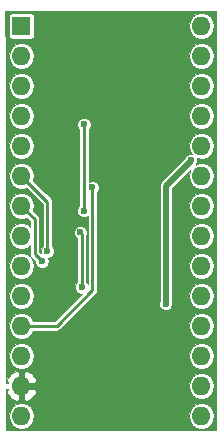
<source format=gbr>
G04 #@! TF.FileFunction,Copper,L2,Bot,Signal*
%FSLAX46Y46*%
G04 Gerber Fmt 4.6, Leading zero omitted, Abs format (unit mm)*
G04 Created by KiCad (PCBNEW 4.0.7) date 04/15/18 07:55:40*
%MOMM*%
%LPD*%
G01*
G04 APERTURE LIST*
%ADD10C,0.100000*%
%ADD11R,1.600000X1.600000*%
%ADD12O,1.600000X1.600000*%
%ADD13C,0.600000*%
%ADD14C,0.500000*%
%ADD15C,0.250000*%
%ADD16C,0.025400*%
G04 APERTURE END LIST*
D10*
D11*
X148501100Y-105003600D03*
D12*
X163741100Y-138023600D03*
X148501100Y-107543600D03*
X163741100Y-135483600D03*
X148501100Y-110083600D03*
X163741100Y-132943600D03*
X148501100Y-112623600D03*
X163741100Y-130403600D03*
X148501100Y-115163600D03*
X163741100Y-127863600D03*
X148501100Y-117703600D03*
X163741100Y-125323600D03*
X148501100Y-120243600D03*
X163741100Y-122783600D03*
X148501100Y-122783600D03*
X163741100Y-120243600D03*
X148501100Y-125323600D03*
X163741100Y-117703600D03*
X148501100Y-127863600D03*
X163741100Y-115163600D03*
X148501100Y-130403600D03*
X163741100Y-112623600D03*
X148501100Y-132943600D03*
X163741100Y-110083600D03*
X148501100Y-135483600D03*
X163741100Y-107543600D03*
X148501100Y-138023600D03*
X163741100Y-105003600D03*
D13*
X160718500Y-128524000D03*
X162814000Y-116395500D03*
X150685500Y-124079000D03*
X150241000Y-124904500D03*
X153479500Y-122491500D03*
X153606500Y-127127000D03*
X154495500Y-118681500D03*
X153797000Y-120650000D03*
X153797000Y-113347500D03*
D14*
X160718500Y-118554500D02*
X160718500Y-128524000D01*
X162814000Y-116459000D02*
X160718500Y-118554500D01*
X162814000Y-116395500D02*
X162814000Y-116459000D01*
D15*
X148501100Y-117703600D02*
X150685500Y-119888000D01*
X150685500Y-119888000D02*
X150685500Y-124079000D01*
X150241000Y-124904500D02*
X149626101Y-124289601D01*
X149626101Y-124289601D02*
X149626101Y-121368601D01*
X149626101Y-121368601D02*
X148501100Y-120243600D01*
X153606500Y-127127000D02*
X153606500Y-122618500D01*
X153606500Y-122618500D02*
X153479500Y-122491500D01*
X148501100Y-127469900D02*
X148501100Y-127863600D01*
X154495500Y-127381000D02*
X151472900Y-130403600D01*
X151472900Y-130403600D02*
X148501100Y-130403600D01*
X154495500Y-118681500D02*
X154495500Y-127381000D01*
X153797000Y-113347500D02*
X153797000Y-114109500D01*
X153797000Y-114109500D02*
X153797000Y-120650000D01*
D16*
G36*
X164960300Y-103771655D02*
X164960300Y-139242800D01*
X147205677Y-139242800D01*
X147203500Y-138023600D01*
X147413502Y-138023600D01*
X147494700Y-138431808D01*
X147725931Y-138777871D01*
X148071994Y-139009102D01*
X148480202Y-139090300D01*
X148521998Y-139090300D01*
X148930206Y-139009102D01*
X149276269Y-138777871D01*
X149507500Y-138431808D01*
X149588698Y-138023600D01*
X162653502Y-138023600D01*
X162734700Y-138431808D01*
X162965931Y-138777871D01*
X163311994Y-139009102D01*
X163720202Y-139090300D01*
X163761998Y-139090300D01*
X164170206Y-139009102D01*
X164516269Y-138777871D01*
X164747500Y-138431808D01*
X164828698Y-138023600D01*
X164747500Y-137615392D01*
X164516269Y-137269329D01*
X164170206Y-137038098D01*
X163761998Y-136956900D01*
X163720202Y-136956900D01*
X163311994Y-137038098D01*
X162965931Y-137269329D01*
X162734700Y-137615392D01*
X162653502Y-138023600D01*
X149588698Y-138023600D01*
X149507500Y-137615392D01*
X149276269Y-137269329D01*
X148930206Y-137038098D01*
X148521998Y-136956900D01*
X148480202Y-136956900D01*
X148071994Y-137038098D01*
X147725931Y-137269329D01*
X147494700Y-137615392D01*
X147413502Y-138023600D01*
X147203500Y-138023600D01*
X147199395Y-135724902D01*
X147335284Y-135724902D01*
X147256365Y-135925054D01*
X147308766Y-136051617D01*
X147616898Y-136464666D01*
X148059642Y-136728356D01*
X148259800Y-136651915D01*
X148259800Y-135724900D01*
X148742400Y-135724900D01*
X148742400Y-136651915D01*
X148942558Y-136728356D01*
X149385302Y-136464666D01*
X149693434Y-136051617D01*
X149745835Y-135925054D01*
X149666915Y-135724900D01*
X148742400Y-135724900D01*
X148259800Y-135724900D01*
X148239800Y-135724900D01*
X148239800Y-135483600D01*
X162653502Y-135483600D01*
X162734700Y-135891808D01*
X162965931Y-136237871D01*
X163311994Y-136469102D01*
X163720202Y-136550300D01*
X163761998Y-136550300D01*
X164170206Y-136469102D01*
X164516269Y-136237871D01*
X164747500Y-135891808D01*
X164828698Y-135483600D01*
X164747500Y-135075392D01*
X164516269Y-134729329D01*
X164170206Y-134498098D01*
X163761998Y-134416900D01*
X163720202Y-134416900D01*
X163311994Y-134498098D01*
X162965931Y-134729329D01*
X162734700Y-135075392D01*
X162653502Y-135483600D01*
X148239800Y-135483600D01*
X148239800Y-135242300D01*
X148259800Y-135242300D01*
X148259800Y-134315285D01*
X148742400Y-134315285D01*
X148742400Y-135242300D01*
X149666915Y-135242300D01*
X149745835Y-135042146D01*
X149693434Y-134915583D01*
X149385302Y-134502534D01*
X148942558Y-134238844D01*
X148742400Y-134315285D01*
X148259800Y-134315285D01*
X148059642Y-134238844D01*
X147616898Y-134502534D01*
X147308766Y-134915583D01*
X147256365Y-135042146D01*
X147335284Y-135242298D01*
X147198533Y-135242298D01*
X147194429Y-132943600D01*
X147413502Y-132943600D01*
X147494700Y-133351808D01*
X147725931Y-133697871D01*
X148071994Y-133929102D01*
X148480202Y-134010300D01*
X148521998Y-134010300D01*
X148930206Y-133929102D01*
X149276269Y-133697871D01*
X149507500Y-133351808D01*
X149588698Y-132943600D01*
X162653502Y-132943600D01*
X162734700Y-133351808D01*
X162965931Y-133697871D01*
X163311994Y-133929102D01*
X163720202Y-134010300D01*
X163761998Y-134010300D01*
X164170206Y-133929102D01*
X164516269Y-133697871D01*
X164747500Y-133351808D01*
X164828698Y-132943600D01*
X164747500Y-132535392D01*
X164516269Y-132189329D01*
X164170206Y-131958098D01*
X163761998Y-131876900D01*
X163720202Y-131876900D01*
X163311994Y-131958098D01*
X162965931Y-132189329D01*
X162734700Y-132535392D01*
X162653502Y-132943600D01*
X149588698Y-132943600D01*
X149507500Y-132535392D01*
X149276269Y-132189329D01*
X148930206Y-131958098D01*
X148521998Y-131876900D01*
X148480202Y-131876900D01*
X148071994Y-131958098D01*
X147725931Y-132189329D01*
X147494700Y-132535392D01*
X147413502Y-132943600D01*
X147194429Y-132943600D01*
X147189894Y-130403600D01*
X147413502Y-130403600D01*
X147494700Y-130811808D01*
X147725931Y-131157871D01*
X148071994Y-131389102D01*
X148480202Y-131470300D01*
X148521998Y-131470300D01*
X148930206Y-131389102D01*
X149276269Y-131157871D01*
X149507500Y-130811808D01*
X149510784Y-130795300D01*
X151472900Y-130795300D01*
X151622797Y-130765484D01*
X151749874Y-130680574D01*
X152026848Y-130403600D01*
X162653502Y-130403600D01*
X162734700Y-130811808D01*
X162965931Y-131157871D01*
X163311994Y-131389102D01*
X163720202Y-131470300D01*
X163761998Y-131470300D01*
X164170206Y-131389102D01*
X164516269Y-131157871D01*
X164747500Y-130811808D01*
X164828698Y-130403600D01*
X164747500Y-129995392D01*
X164516269Y-129649329D01*
X164170206Y-129418098D01*
X163761998Y-129336900D01*
X163720202Y-129336900D01*
X163311994Y-129418098D01*
X162965931Y-129649329D01*
X162734700Y-129995392D01*
X162653502Y-130403600D01*
X152026848Y-130403600D01*
X153794219Y-128636229D01*
X160151702Y-128636229D01*
X160237795Y-128844590D01*
X160397071Y-129004144D01*
X160605282Y-129090601D01*
X160830729Y-129090798D01*
X161039090Y-129004705D01*
X161198644Y-128845429D01*
X161285101Y-128637218D01*
X161285298Y-128411771D01*
X161235200Y-128290525D01*
X161235200Y-127863600D01*
X162653502Y-127863600D01*
X162734700Y-128271808D01*
X162965931Y-128617871D01*
X163311994Y-128849102D01*
X163720202Y-128930300D01*
X163761998Y-128930300D01*
X164170206Y-128849102D01*
X164516269Y-128617871D01*
X164747500Y-128271808D01*
X164828698Y-127863600D01*
X164747500Y-127455392D01*
X164516269Y-127109329D01*
X164170206Y-126878098D01*
X163761998Y-126796900D01*
X163720202Y-126796900D01*
X163311994Y-126878098D01*
X162965931Y-127109329D01*
X162734700Y-127455392D01*
X162653502Y-127863600D01*
X161235200Y-127863600D01*
X161235200Y-125323600D01*
X162653502Y-125323600D01*
X162734700Y-125731808D01*
X162965931Y-126077871D01*
X163311994Y-126309102D01*
X163720202Y-126390300D01*
X163761998Y-126390300D01*
X164170206Y-126309102D01*
X164516269Y-126077871D01*
X164747500Y-125731808D01*
X164828698Y-125323600D01*
X164747500Y-124915392D01*
X164516269Y-124569329D01*
X164170206Y-124338098D01*
X163761998Y-124256900D01*
X163720202Y-124256900D01*
X163311994Y-124338098D01*
X162965931Y-124569329D01*
X162734700Y-124915392D01*
X162653502Y-125323600D01*
X161235200Y-125323600D01*
X161235200Y-122783600D01*
X162653502Y-122783600D01*
X162734700Y-123191808D01*
X162965931Y-123537871D01*
X163311994Y-123769102D01*
X163720202Y-123850300D01*
X163761998Y-123850300D01*
X164170206Y-123769102D01*
X164516269Y-123537871D01*
X164747500Y-123191808D01*
X164828698Y-122783600D01*
X164747500Y-122375392D01*
X164516269Y-122029329D01*
X164170206Y-121798098D01*
X163761998Y-121716900D01*
X163720202Y-121716900D01*
X163311994Y-121798098D01*
X162965931Y-122029329D01*
X162734700Y-122375392D01*
X162653502Y-122783600D01*
X161235200Y-122783600D01*
X161235200Y-120243600D01*
X162653502Y-120243600D01*
X162734700Y-120651808D01*
X162965931Y-120997871D01*
X163311994Y-121229102D01*
X163720202Y-121310300D01*
X163761998Y-121310300D01*
X164170206Y-121229102D01*
X164516269Y-120997871D01*
X164747500Y-120651808D01*
X164828698Y-120243600D01*
X164747500Y-119835392D01*
X164516269Y-119489329D01*
X164170206Y-119258098D01*
X163761998Y-119176900D01*
X163720202Y-119176900D01*
X163311994Y-119258098D01*
X162965931Y-119489329D01*
X162734700Y-119835392D01*
X162653502Y-120243600D01*
X161235200Y-120243600D01*
X161235200Y-118768524D01*
X162787796Y-117215928D01*
X162734700Y-117295392D01*
X162653502Y-117703600D01*
X162734700Y-118111808D01*
X162965931Y-118457871D01*
X163311994Y-118689102D01*
X163720202Y-118770300D01*
X163761998Y-118770300D01*
X164170206Y-118689102D01*
X164516269Y-118457871D01*
X164747500Y-118111808D01*
X164828698Y-117703600D01*
X164747500Y-117295392D01*
X164516269Y-116949329D01*
X164170206Y-116718098D01*
X163761998Y-116636900D01*
X163720202Y-116636900D01*
X163311994Y-116718098D01*
X163254469Y-116756535D01*
X163294144Y-116716929D01*
X163380601Y-116508718D01*
X163380798Y-116283271D01*
X163326557Y-116151999D01*
X163720202Y-116230300D01*
X163761998Y-116230300D01*
X164170206Y-116149102D01*
X164516269Y-115917871D01*
X164747500Y-115571808D01*
X164828698Y-115163600D01*
X164747500Y-114755392D01*
X164516269Y-114409329D01*
X164170206Y-114178098D01*
X163761998Y-114096900D01*
X163720202Y-114096900D01*
X163311994Y-114178098D01*
X162965931Y-114409329D01*
X162734700Y-114755392D01*
X162653502Y-115163600D01*
X162734700Y-115571808D01*
X162906470Y-115828881D01*
X162701771Y-115828702D01*
X162493410Y-115914795D01*
X162333856Y-116074071D01*
X162247399Y-116282282D01*
X162247388Y-116294888D01*
X160353138Y-118189138D01*
X160241131Y-118356767D01*
X160201800Y-118554500D01*
X160201800Y-128290607D01*
X160151899Y-128410782D01*
X160151702Y-128636229D01*
X153794219Y-128636229D01*
X154772474Y-127657974D01*
X154857384Y-127530897D01*
X154887200Y-127381000D01*
X154887200Y-119091219D01*
X154975644Y-119002929D01*
X155062101Y-118794718D01*
X155062298Y-118569271D01*
X154976205Y-118360910D01*
X154816929Y-118201356D01*
X154608718Y-118114899D01*
X154383271Y-118114702D01*
X154188700Y-118195097D01*
X154188700Y-113757219D01*
X154277144Y-113668929D01*
X154363601Y-113460718D01*
X154363798Y-113235271D01*
X154277705Y-113026910D01*
X154118429Y-112867356D01*
X153910218Y-112780899D01*
X153684771Y-112780702D01*
X153476410Y-112866795D01*
X153316856Y-113026071D01*
X153230399Y-113234282D01*
X153230202Y-113459729D01*
X153316295Y-113668090D01*
X153405300Y-113757250D01*
X153405300Y-120240281D01*
X153316856Y-120328571D01*
X153230399Y-120536782D01*
X153230202Y-120762229D01*
X153316295Y-120970590D01*
X153475571Y-121130144D01*
X153683782Y-121216601D01*
X153909229Y-121216798D01*
X154103800Y-121136403D01*
X154103800Y-126846573D01*
X154087205Y-126806410D01*
X153998200Y-126717250D01*
X153998200Y-122720076D01*
X154046101Y-122604718D01*
X154046298Y-122379271D01*
X153960205Y-122170910D01*
X153800929Y-122011356D01*
X153592718Y-121924899D01*
X153367271Y-121924702D01*
X153158910Y-122010795D01*
X152999356Y-122170071D01*
X152912899Y-122378282D01*
X152912702Y-122603729D01*
X152998795Y-122812090D01*
X153158071Y-122971644D01*
X153214800Y-122995200D01*
X153214800Y-126717281D01*
X153126356Y-126805571D01*
X153039899Y-127013782D01*
X153039702Y-127239229D01*
X153125795Y-127447590D01*
X153285071Y-127607144D01*
X153493282Y-127693601D01*
X153628833Y-127693719D01*
X151310652Y-130011900D01*
X149510784Y-130011900D01*
X149507500Y-129995392D01*
X149276269Y-129649329D01*
X148930206Y-129418098D01*
X148521998Y-129336900D01*
X148480202Y-129336900D01*
X148071994Y-129418098D01*
X147725931Y-129649329D01*
X147494700Y-129995392D01*
X147413502Y-130403600D01*
X147189894Y-130403600D01*
X147185359Y-127863600D01*
X147413502Y-127863600D01*
X147494700Y-128271808D01*
X147725931Y-128617871D01*
X148071994Y-128849102D01*
X148480202Y-128930300D01*
X148521998Y-128930300D01*
X148930206Y-128849102D01*
X149276269Y-128617871D01*
X149507500Y-128271808D01*
X149588698Y-127863600D01*
X149507500Y-127455392D01*
X149276269Y-127109329D01*
X148930206Y-126878098D01*
X148521998Y-126796900D01*
X148480202Y-126796900D01*
X148071994Y-126878098D01*
X147725931Y-127109329D01*
X147494700Y-127455392D01*
X147413502Y-127863600D01*
X147185359Y-127863600D01*
X147180824Y-125323600D01*
X147413502Y-125323600D01*
X147494700Y-125731808D01*
X147725931Y-126077871D01*
X148071994Y-126309102D01*
X148480202Y-126390300D01*
X148521998Y-126390300D01*
X148930206Y-126309102D01*
X149276269Y-126077871D01*
X149507500Y-125731808D01*
X149588698Y-125323600D01*
X149507500Y-124915392D01*
X149276269Y-124569329D01*
X148930206Y-124338098D01*
X148521998Y-124256900D01*
X148480202Y-124256900D01*
X148071994Y-124338098D01*
X147725931Y-124569329D01*
X147494700Y-124915392D01*
X147413502Y-125323600D01*
X147180824Y-125323600D01*
X147167217Y-117703600D01*
X147413502Y-117703600D01*
X147494700Y-118111808D01*
X147725931Y-118457871D01*
X148071994Y-118689102D01*
X148480202Y-118770300D01*
X148521998Y-118770300D01*
X148930206Y-118689102D01*
X148931673Y-118688121D01*
X150293800Y-120050248D01*
X150293800Y-123669281D01*
X150205356Y-123757571D01*
X150118899Y-123965782D01*
X150118702Y-124191229D01*
X150144773Y-124254325D01*
X150017801Y-124127353D01*
X150017801Y-121368606D01*
X150017802Y-121368601D01*
X149987985Y-121218704D01*
X149928811Y-121130144D01*
X149903075Y-121091627D01*
X149903072Y-121091625D01*
X149489778Y-120678331D01*
X149507500Y-120651808D01*
X149588698Y-120243600D01*
X149507500Y-119835392D01*
X149276269Y-119489329D01*
X148930206Y-119258098D01*
X148521998Y-119176900D01*
X148480202Y-119176900D01*
X148071994Y-119258098D01*
X147725931Y-119489329D01*
X147494700Y-119835392D01*
X147413502Y-120243600D01*
X147494700Y-120651808D01*
X147725931Y-120997871D01*
X148071994Y-121229102D01*
X148480202Y-121310300D01*
X148521998Y-121310300D01*
X148930206Y-121229102D01*
X148931674Y-121228121D01*
X149234401Y-121530848D01*
X149234401Y-122001354D01*
X148930206Y-121798098D01*
X148521998Y-121716900D01*
X148480202Y-121716900D01*
X148071994Y-121798098D01*
X147725931Y-122029329D01*
X147494700Y-122375392D01*
X147413502Y-122783600D01*
X147494700Y-123191808D01*
X147725931Y-123537871D01*
X148071994Y-123769102D01*
X148480202Y-123850300D01*
X148521998Y-123850300D01*
X148930206Y-123769102D01*
X149234401Y-123565846D01*
X149234401Y-124289601D01*
X149264217Y-124439498D01*
X149349127Y-124566575D01*
X149674311Y-124891759D01*
X149674202Y-125016729D01*
X149760295Y-125225090D01*
X149919571Y-125384644D01*
X150127782Y-125471101D01*
X150353229Y-125471298D01*
X150561590Y-125385205D01*
X150721144Y-125225929D01*
X150807601Y-125017718D01*
X150807798Y-124792271D01*
X150747258Y-124645754D01*
X150797729Y-124645798D01*
X151006090Y-124559705D01*
X151165644Y-124400429D01*
X151252101Y-124192218D01*
X151252298Y-123966771D01*
X151166205Y-123758410D01*
X151077200Y-123669250D01*
X151077200Y-119888000D01*
X151047384Y-119738103D01*
X151047384Y-119738102D01*
X150962474Y-119611026D01*
X149489778Y-118138330D01*
X149507500Y-118111808D01*
X149588698Y-117703600D01*
X149507500Y-117295392D01*
X149276269Y-116949329D01*
X148930206Y-116718098D01*
X148521998Y-116636900D01*
X148480202Y-116636900D01*
X148071994Y-116718098D01*
X147725931Y-116949329D01*
X147494700Y-117295392D01*
X147413502Y-117703600D01*
X147167217Y-117703600D01*
X147162681Y-115163600D01*
X147413502Y-115163600D01*
X147494700Y-115571808D01*
X147725931Y-115917871D01*
X148071994Y-116149102D01*
X148480202Y-116230300D01*
X148521998Y-116230300D01*
X148930206Y-116149102D01*
X149276269Y-115917871D01*
X149507500Y-115571808D01*
X149588698Y-115163600D01*
X149507500Y-114755392D01*
X149276269Y-114409329D01*
X148930206Y-114178098D01*
X148521998Y-114096900D01*
X148480202Y-114096900D01*
X148071994Y-114178098D01*
X147725931Y-114409329D01*
X147494700Y-114755392D01*
X147413502Y-115163600D01*
X147162681Y-115163600D01*
X147158145Y-112623600D01*
X147413502Y-112623600D01*
X147494700Y-113031808D01*
X147725931Y-113377871D01*
X148071994Y-113609102D01*
X148480202Y-113690300D01*
X148521998Y-113690300D01*
X148930206Y-113609102D01*
X149276269Y-113377871D01*
X149507500Y-113031808D01*
X149588698Y-112623600D01*
X162653502Y-112623600D01*
X162734700Y-113031808D01*
X162965931Y-113377871D01*
X163311994Y-113609102D01*
X163720202Y-113690300D01*
X163761998Y-113690300D01*
X164170206Y-113609102D01*
X164516269Y-113377871D01*
X164747500Y-113031808D01*
X164828698Y-112623600D01*
X164747500Y-112215392D01*
X164516269Y-111869329D01*
X164170206Y-111638098D01*
X163761998Y-111556900D01*
X163720202Y-111556900D01*
X163311994Y-111638098D01*
X162965931Y-111869329D01*
X162734700Y-112215392D01*
X162653502Y-112623600D01*
X149588698Y-112623600D01*
X149507500Y-112215392D01*
X149276269Y-111869329D01*
X148930206Y-111638098D01*
X148521998Y-111556900D01*
X148480202Y-111556900D01*
X148071994Y-111638098D01*
X147725931Y-111869329D01*
X147494700Y-112215392D01*
X147413502Y-112623600D01*
X147158145Y-112623600D01*
X147153609Y-110083600D01*
X147413502Y-110083600D01*
X147494700Y-110491808D01*
X147725931Y-110837871D01*
X148071994Y-111069102D01*
X148480202Y-111150300D01*
X148521998Y-111150300D01*
X148930206Y-111069102D01*
X149276269Y-110837871D01*
X149507500Y-110491808D01*
X149588698Y-110083600D01*
X162653502Y-110083600D01*
X162734700Y-110491808D01*
X162965931Y-110837871D01*
X163311994Y-111069102D01*
X163720202Y-111150300D01*
X163761998Y-111150300D01*
X164170206Y-111069102D01*
X164516269Y-110837871D01*
X164747500Y-110491808D01*
X164828698Y-110083600D01*
X164747500Y-109675392D01*
X164516269Y-109329329D01*
X164170206Y-109098098D01*
X163761998Y-109016900D01*
X163720202Y-109016900D01*
X163311994Y-109098098D01*
X162965931Y-109329329D01*
X162734700Y-109675392D01*
X162653502Y-110083600D01*
X149588698Y-110083600D01*
X149507500Y-109675392D01*
X149276269Y-109329329D01*
X148930206Y-109098098D01*
X148521998Y-109016900D01*
X148480202Y-109016900D01*
X148071994Y-109098098D01*
X147725931Y-109329329D01*
X147494700Y-109675392D01*
X147413502Y-110083600D01*
X147153609Y-110083600D01*
X147149073Y-107543600D01*
X147413502Y-107543600D01*
X147494700Y-107951808D01*
X147725931Y-108297871D01*
X148071994Y-108529102D01*
X148480202Y-108610300D01*
X148521998Y-108610300D01*
X148930206Y-108529102D01*
X149276269Y-108297871D01*
X149507500Y-107951808D01*
X149588698Y-107543600D01*
X162653502Y-107543600D01*
X162734700Y-107951808D01*
X162965931Y-108297871D01*
X163311994Y-108529102D01*
X163720202Y-108610300D01*
X163761998Y-108610300D01*
X164170206Y-108529102D01*
X164516269Y-108297871D01*
X164747500Y-107951808D01*
X164828698Y-107543600D01*
X164747500Y-107135392D01*
X164516269Y-106789329D01*
X164170206Y-106558098D01*
X163761998Y-106476900D01*
X163720202Y-106476900D01*
X163311994Y-106558098D01*
X162965931Y-106789329D01*
X162734700Y-107135392D01*
X162653502Y-107543600D01*
X149588698Y-107543600D01*
X149507500Y-107135392D01*
X149276269Y-106789329D01*
X148930206Y-106558098D01*
X148521998Y-106476900D01*
X148480202Y-106476900D01*
X148071994Y-106558098D01*
X147725931Y-106789329D01*
X147494700Y-107135392D01*
X147413502Y-107543600D01*
X147149073Y-107543600D01*
X147143108Y-104203600D01*
X147429176Y-104203600D01*
X147429176Y-105803600D01*
X147447773Y-105902433D01*
X147506183Y-105993205D01*
X147595306Y-106054100D01*
X147701100Y-106075524D01*
X149301100Y-106075524D01*
X149399933Y-106056927D01*
X149490705Y-105998517D01*
X149551600Y-105909394D01*
X149573024Y-105803600D01*
X149573024Y-105003600D01*
X162653502Y-105003600D01*
X162734700Y-105411808D01*
X162965931Y-105757871D01*
X163311994Y-105989102D01*
X163720202Y-106070300D01*
X163761998Y-106070300D01*
X164170206Y-105989102D01*
X164516269Y-105757871D01*
X164747500Y-105411808D01*
X164828698Y-105003600D01*
X164747500Y-104595392D01*
X164516269Y-104249329D01*
X164170206Y-104018098D01*
X163761998Y-103936900D01*
X163720202Y-103936900D01*
X163311994Y-104018098D01*
X162965931Y-104249329D01*
X162734700Y-104595392D01*
X162653502Y-105003600D01*
X149573024Y-105003600D01*
X149573024Y-104203600D01*
X149554427Y-104104767D01*
X149496017Y-104013995D01*
X149406894Y-103953100D01*
X149301100Y-103931676D01*
X147701100Y-103931676D01*
X147602267Y-103950273D01*
X147511495Y-104008683D01*
X147450600Y-104097806D01*
X147429176Y-104203600D01*
X147143108Y-104203600D01*
X147142223Y-103708245D01*
X164960300Y-103771655D01*
X164960300Y-103771655D01*
G37*
X164960300Y-103771655D02*
X164960300Y-139242800D01*
X147205677Y-139242800D01*
X147203500Y-138023600D01*
X147413502Y-138023600D01*
X147494700Y-138431808D01*
X147725931Y-138777871D01*
X148071994Y-139009102D01*
X148480202Y-139090300D01*
X148521998Y-139090300D01*
X148930206Y-139009102D01*
X149276269Y-138777871D01*
X149507500Y-138431808D01*
X149588698Y-138023600D01*
X162653502Y-138023600D01*
X162734700Y-138431808D01*
X162965931Y-138777871D01*
X163311994Y-139009102D01*
X163720202Y-139090300D01*
X163761998Y-139090300D01*
X164170206Y-139009102D01*
X164516269Y-138777871D01*
X164747500Y-138431808D01*
X164828698Y-138023600D01*
X164747500Y-137615392D01*
X164516269Y-137269329D01*
X164170206Y-137038098D01*
X163761998Y-136956900D01*
X163720202Y-136956900D01*
X163311994Y-137038098D01*
X162965931Y-137269329D01*
X162734700Y-137615392D01*
X162653502Y-138023600D01*
X149588698Y-138023600D01*
X149507500Y-137615392D01*
X149276269Y-137269329D01*
X148930206Y-137038098D01*
X148521998Y-136956900D01*
X148480202Y-136956900D01*
X148071994Y-137038098D01*
X147725931Y-137269329D01*
X147494700Y-137615392D01*
X147413502Y-138023600D01*
X147203500Y-138023600D01*
X147199395Y-135724902D01*
X147335284Y-135724902D01*
X147256365Y-135925054D01*
X147308766Y-136051617D01*
X147616898Y-136464666D01*
X148059642Y-136728356D01*
X148259800Y-136651915D01*
X148259800Y-135724900D01*
X148742400Y-135724900D01*
X148742400Y-136651915D01*
X148942558Y-136728356D01*
X149385302Y-136464666D01*
X149693434Y-136051617D01*
X149745835Y-135925054D01*
X149666915Y-135724900D01*
X148742400Y-135724900D01*
X148259800Y-135724900D01*
X148239800Y-135724900D01*
X148239800Y-135483600D01*
X162653502Y-135483600D01*
X162734700Y-135891808D01*
X162965931Y-136237871D01*
X163311994Y-136469102D01*
X163720202Y-136550300D01*
X163761998Y-136550300D01*
X164170206Y-136469102D01*
X164516269Y-136237871D01*
X164747500Y-135891808D01*
X164828698Y-135483600D01*
X164747500Y-135075392D01*
X164516269Y-134729329D01*
X164170206Y-134498098D01*
X163761998Y-134416900D01*
X163720202Y-134416900D01*
X163311994Y-134498098D01*
X162965931Y-134729329D01*
X162734700Y-135075392D01*
X162653502Y-135483600D01*
X148239800Y-135483600D01*
X148239800Y-135242300D01*
X148259800Y-135242300D01*
X148259800Y-134315285D01*
X148742400Y-134315285D01*
X148742400Y-135242300D01*
X149666915Y-135242300D01*
X149745835Y-135042146D01*
X149693434Y-134915583D01*
X149385302Y-134502534D01*
X148942558Y-134238844D01*
X148742400Y-134315285D01*
X148259800Y-134315285D01*
X148059642Y-134238844D01*
X147616898Y-134502534D01*
X147308766Y-134915583D01*
X147256365Y-135042146D01*
X147335284Y-135242298D01*
X147198533Y-135242298D01*
X147194429Y-132943600D01*
X147413502Y-132943600D01*
X147494700Y-133351808D01*
X147725931Y-133697871D01*
X148071994Y-133929102D01*
X148480202Y-134010300D01*
X148521998Y-134010300D01*
X148930206Y-133929102D01*
X149276269Y-133697871D01*
X149507500Y-133351808D01*
X149588698Y-132943600D01*
X162653502Y-132943600D01*
X162734700Y-133351808D01*
X162965931Y-133697871D01*
X163311994Y-133929102D01*
X163720202Y-134010300D01*
X163761998Y-134010300D01*
X164170206Y-133929102D01*
X164516269Y-133697871D01*
X164747500Y-133351808D01*
X164828698Y-132943600D01*
X164747500Y-132535392D01*
X164516269Y-132189329D01*
X164170206Y-131958098D01*
X163761998Y-131876900D01*
X163720202Y-131876900D01*
X163311994Y-131958098D01*
X162965931Y-132189329D01*
X162734700Y-132535392D01*
X162653502Y-132943600D01*
X149588698Y-132943600D01*
X149507500Y-132535392D01*
X149276269Y-132189329D01*
X148930206Y-131958098D01*
X148521998Y-131876900D01*
X148480202Y-131876900D01*
X148071994Y-131958098D01*
X147725931Y-132189329D01*
X147494700Y-132535392D01*
X147413502Y-132943600D01*
X147194429Y-132943600D01*
X147189894Y-130403600D01*
X147413502Y-130403600D01*
X147494700Y-130811808D01*
X147725931Y-131157871D01*
X148071994Y-131389102D01*
X148480202Y-131470300D01*
X148521998Y-131470300D01*
X148930206Y-131389102D01*
X149276269Y-131157871D01*
X149507500Y-130811808D01*
X149510784Y-130795300D01*
X151472900Y-130795300D01*
X151622797Y-130765484D01*
X151749874Y-130680574D01*
X152026848Y-130403600D01*
X162653502Y-130403600D01*
X162734700Y-130811808D01*
X162965931Y-131157871D01*
X163311994Y-131389102D01*
X163720202Y-131470300D01*
X163761998Y-131470300D01*
X164170206Y-131389102D01*
X164516269Y-131157871D01*
X164747500Y-130811808D01*
X164828698Y-130403600D01*
X164747500Y-129995392D01*
X164516269Y-129649329D01*
X164170206Y-129418098D01*
X163761998Y-129336900D01*
X163720202Y-129336900D01*
X163311994Y-129418098D01*
X162965931Y-129649329D01*
X162734700Y-129995392D01*
X162653502Y-130403600D01*
X152026848Y-130403600D01*
X153794219Y-128636229D01*
X160151702Y-128636229D01*
X160237795Y-128844590D01*
X160397071Y-129004144D01*
X160605282Y-129090601D01*
X160830729Y-129090798D01*
X161039090Y-129004705D01*
X161198644Y-128845429D01*
X161285101Y-128637218D01*
X161285298Y-128411771D01*
X161235200Y-128290525D01*
X161235200Y-127863600D01*
X162653502Y-127863600D01*
X162734700Y-128271808D01*
X162965931Y-128617871D01*
X163311994Y-128849102D01*
X163720202Y-128930300D01*
X163761998Y-128930300D01*
X164170206Y-128849102D01*
X164516269Y-128617871D01*
X164747500Y-128271808D01*
X164828698Y-127863600D01*
X164747500Y-127455392D01*
X164516269Y-127109329D01*
X164170206Y-126878098D01*
X163761998Y-126796900D01*
X163720202Y-126796900D01*
X163311994Y-126878098D01*
X162965931Y-127109329D01*
X162734700Y-127455392D01*
X162653502Y-127863600D01*
X161235200Y-127863600D01*
X161235200Y-125323600D01*
X162653502Y-125323600D01*
X162734700Y-125731808D01*
X162965931Y-126077871D01*
X163311994Y-126309102D01*
X163720202Y-126390300D01*
X163761998Y-126390300D01*
X164170206Y-126309102D01*
X164516269Y-126077871D01*
X164747500Y-125731808D01*
X164828698Y-125323600D01*
X164747500Y-124915392D01*
X164516269Y-124569329D01*
X164170206Y-124338098D01*
X163761998Y-124256900D01*
X163720202Y-124256900D01*
X163311994Y-124338098D01*
X162965931Y-124569329D01*
X162734700Y-124915392D01*
X162653502Y-125323600D01*
X161235200Y-125323600D01*
X161235200Y-122783600D01*
X162653502Y-122783600D01*
X162734700Y-123191808D01*
X162965931Y-123537871D01*
X163311994Y-123769102D01*
X163720202Y-123850300D01*
X163761998Y-123850300D01*
X164170206Y-123769102D01*
X164516269Y-123537871D01*
X164747500Y-123191808D01*
X164828698Y-122783600D01*
X164747500Y-122375392D01*
X164516269Y-122029329D01*
X164170206Y-121798098D01*
X163761998Y-121716900D01*
X163720202Y-121716900D01*
X163311994Y-121798098D01*
X162965931Y-122029329D01*
X162734700Y-122375392D01*
X162653502Y-122783600D01*
X161235200Y-122783600D01*
X161235200Y-120243600D01*
X162653502Y-120243600D01*
X162734700Y-120651808D01*
X162965931Y-120997871D01*
X163311994Y-121229102D01*
X163720202Y-121310300D01*
X163761998Y-121310300D01*
X164170206Y-121229102D01*
X164516269Y-120997871D01*
X164747500Y-120651808D01*
X164828698Y-120243600D01*
X164747500Y-119835392D01*
X164516269Y-119489329D01*
X164170206Y-119258098D01*
X163761998Y-119176900D01*
X163720202Y-119176900D01*
X163311994Y-119258098D01*
X162965931Y-119489329D01*
X162734700Y-119835392D01*
X162653502Y-120243600D01*
X161235200Y-120243600D01*
X161235200Y-118768524D01*
X162787796Y-117215928D01*
X162734700Y-117295392D01*
X162653502Y-117703600D01*
X162734700Y-118111808D01*
X162965931Y-118457871D01*
X163311994Y-118689102D01*
X163720202Y-118770300D01*
X163761998Y-118770300D01*
X164170206Y-118689102D01*
X164516269Y-118457871D01*
X164747500Y-118111808D01*
X164828698Y-117703600D01*
X164747500Y-117295392D01*
X164516269Y-116949329D01*
X164170206Y-116718098D01*
X163761998Y-116636900D01*
X163720202Y-116636900D01*
X163311994Y-116718098D01*
X163254469Y-116756535D01*
X163294144Y-116716929D01*
X163380601Y-116508718D01*
X163380798Y-116283271D01*
X163326557Y-116151999D01*
X163720202Y-116230300D01*
X163761998Y-116230300D01*
X164170206Y-116149102D01*
X164516269Y-115917871D01*
X164747500Y-115571808D01*
X164828698Y-115163600D01*
X164747500Y-114755392D01*
X164516269Y-114409329D01*
X164170206Y-114178098D01*
X163761998Y-114096900D01*
X163720202Y-114096900D01*
X163311994Y-114178098D01*
X162965931Y-114409329D01*
X162734700Y-114755392D01*
X162653502Y-115163600D01*
X162734700Y-115571808D01*
X162906470Y-115828881D01*
X162701771Y-115828702D01*
X162493410Y-115914795D01*
X162333856Y-116074071D01*
X162247399Y-116282282D01*
X162247388Y-116294888D01*
X160353138Y-118189138D01*
X160241131Y-118356767D01*
X160201800Y-118554500D01*
X160201800Y-128290607D01*
X160151899Y-128410782D01*
X160151702Y-128636229D01*
X153794219Y-128636229D01*
X154772474Y-127657974D01*
X154857384Y-127530897D01*
X154887200Y-127381000D01*
X154887200Y-119091219D01*
X154975644Y-119002929D01*
X155062101Y-118794718D01*
X155062298Y-118569271D01*
X154976205Y-118360910D01*
X154816929Y-118201356D01*
X154608718Y-118114899D01*
X154383271Y-118114702D01*
X154188700Y-118195097D01*
X154188700Y-113757219D01*
X154277144Y-113668929D01*
X154363601Y-113460718D01*
X154363798Y-113235271D01*
X154277705Y-113026910D01*
X154118429Y-112867356D01*
X153910218Y-112780899D01*
X153684771Y-112780702D01*
X153476410Y-112866795D01*
X153316856Y-113026071D01*
X153230399Y-113234282D01*
X153230202Y-113459729D01*
X153316295Y-113668090D01*
X153405300Y-113757250D01*
X153405300Y-120240281D01*
X153316856Y-120328571D01*
X153230399Y-120536782D01*
X153230202Y-120762229D01*
X153316295Y-120970590D01*
X153475571Y-121130144D01*
X153683782Y-121216601D01*
X153909229Y-121216798D01*
X154103800Y-121136403D01*
X154103800Y-126846573D01*
X154087205Y-126806410D01*
X153998200Y-126717250D01*
X153998200Y-122720076D01*
X154046101Y-122604718D01*
X154046298Y-122379271D01*
X153960205Y-122170910D01*
X153800929Y-122011356D01*
X153592718Y-121924899D01*
X153367271Y-121924702D01*
X153158910Y-122010795D01*
X152999356Y-122170071D01*
X152912899Y-122378282D01*
X152912702Y-122603729D01*
X152998795Y-122812090D01*
X153158071Y-122971644D01*
X153214800Y-122995200D01*
X153214800Y-126717281D01*
X153126356Y-126805571D01*
X153039899Y-127013782D01*
X153039702Y-127239229D01*
X153125795Y-127447590D01*
X153285071Y-127607144D01*
X153493282Y-127693601D01*
X153628833Y-127693719D01*
X151310652Y-130011900D01*
X149510784Y-130011900D01*
X149507500Y-129995392D01*
X149276269Y-129649329D01*
X148930206Y-129418098D01*
X148521998Y-129336900D01*
X148480202Y-129336900D01*
X148071994Y-129418098D01*
X147725931Y-129649329D01*
X147494700Y-129995392D01*
X147413502Y-130403600D01*
X147189894Y-130403600D01*
X147185359Y-127863600D01*
X147413502Y-127863600D01*
X147494700Y-128271808D01*
X147725931Y-128617871D01*
X148071994Y-128849102D01*
X148480202Y-128930300D01*
X148521998Y-128930300D01*
X148930206Y-128849102D01*
X149276269Y-128617871D01*
X149507500Y-128271808D01*
X149588698Y-127863600D01*
X149507500Y-127455392D01*
X149276269Y-127109329D01*
X148930206Y-126878098D01*
X148521998Y-126796900D01*
X148480202Y-126796900D01*
X148071994Y-126878098D01*
X147725931Y-127109329D01*
X147494700Y-127455392D01*
X147413502Y-127863600D01*
X147185359Y-127863600D01*
X147180824Y-125323600D01*
X147413502Y-125323600D01*
X147494700Y-125731808D01*
X147725931Y-126077871D01*
X148071994Y-126309102D01*
X148480202Y-126390300D01*
X148521998Y-126390300D01*
X148930206Y-126309102D01*
X149276269Y-126077871D01*
X149507500Y-125731808D01*
X149588698Y-125323600D01*
X149507500Y-124915392D01*
X149276269Y-124569329D01*
X148930206Y-124338098D01*
X148521998Y-124256900D01*
X148480202Y-124256900D01*
X148071994Y-124338098D01*
X147725931Y-124569329D01*
X147494700Y-124915392D01*
X147413502Y-125323600D01*
X147180824Y-125323600D01*
X147167217Y-117703600D01*
X147413502Y-117703600D01*
X147494700Y-118111808D01*
X147725931Y-118457871D01*
X148071994Y-118689102D01*
X148480202Y-118770300D01*
X148521998Y-118770300D01*
X148930206Y-118689102D01*
X148931673Y-118688121D01*
X150293800Y-120050248D01*
X150293800Y-123669281D01*
X150205356Y-123757571D01*
X150118899Y-123965782D01*
X150118702Y-124191229D01*
X150144773Y-124254325D01*
X150017801Y-124127353D01*
X150017801Y-121368606D01*
X150017802Y-121368601D01*
X149987985Y-121218704D01*
X149928811Y-121130144D01*
X149903075Y-121091627D01*
X149903072Y-121091625D01*
X149489778Y-120678331D01*
X149507500Y-120651808D01*
X149588698Y-120243600D01*
X149507500Y-119835392D01*
X149276269Y-119489329D01*
X148930206Y-119258098D01*
X148521998Y-119176900D01*
X148480202Y-119176900D01*
X148071994Y-119258098D01*
X147725931Y-119489329D01*
X147494700Y-119835392D01*
X147413502Y-120243600D01*
X147494700Y-120651808D01*
X147725931Y-120997871D01*
X148071994Y-121229102D01*
X148480202Y-121310300D01*
X148521998Y-121310300D01*
X148930206Y-121229102D01*
X148931674Y-121228121D01*
X149234401Y-121530848D01*
X149234401Y-122001354D01*
X148930206Y-121798098D01*
X148521998Y-121716900D01*
X148480202Y-121716900D01*
X148071994Y-121798098D01*
X147725931Y-122029329D01*
X147494700Y-122375392D01*
X147413502Y-122783600D01*
X147494700Y-123191808D01*
X147725931Y-123537871D01*
X148071994Y-123769102D01*
X148480202Y-123850300D01*
X148521998Y-123850300D01*
X148930206Y-123769102D01*
X149234401Y-123565846D01*
X149234401Y-124289601D01*
X149264217Y-124439498D01*
X149349127Y-124566575D01*
X149674311Y-124891759D01*
X149674202Y-125016729D01*
X149760295Y-125225090D01*
X149919571Y-125384644D01*
X150127782Y-125471101D01*
X150353229Y-125471298D01*
X150561590Y-125385205D01*
X150721144Y-125225929D01*
X150807601Y-125017718D01*
X150807798Y-124792271D01*
X150747258Y-124645754D01*
X150797729Y-124645798D01*
X151006090Y-124559705D01*
X151165644Y-124400429D01*
X151252101Y-124192218D01*
X151252298Y-123966771D01*
X151166205Y-123758410D01*
X151077200Y-123669250D01*
X151077200Y-119888000D01*
X151047384Y-119738103D01*
X151047384Y-119738102D01*
X150962474Y-119611026D01*
X149489778Y-118138330D01*
X149507500Y-118111808D01*
X149588698Y-117703600D01*
X149507500Y-117295392D01*
X149276269Y-116949329D01*
X148930206Y-116718098D01*
X148521998Y-116636900D01*
X148480202Y-116636900D01*
X148071994Y-116718098D01*
X147725931Y-116949329D01*
X147494700Y-117295392D01*
X147413502Y-117703600D01*
X147167217Y-117703600D01*
X147162681Y-115163600D01*
X147413502Y-115163600D01*
X147494700Y-115571808D01*
X147725931Y-115917871D01*
X148071994Y-116149102D01*
X148480202Y-116230300D01*
X148521998Y-116230300D01*
X148930206Y-116149102D01*
X149276269Y-115917871D01*
X149507500Y-115571808D01*
X149588698Y-115163600D01*
X149507500Y-114755392D01*
X149276269Y-114409329D01*
X148930206Y-114178098D01*
X148521998Y-114096900D01*
X148480202Y-114096900D01*
X148071994Y-114178098D01*
X147725931Y-114409329D01*
X147494700Y-114755392D01*
X147413502Y-115163600D01*
X147162681Y-115163600D01*
X147158145Y-112623600D01*
X147413502Y-112623600D01*
X147494700Y-113031808D01*
X147725931Y-113377871D01*
X148071994Y-113609102D01*
X148480202Y-113690300D01*
X148521998Y-113690300D01*
X148930206Y-113609102D01*
X149276269Y-113377871D01*
X149507500Y-113031808D01*
X149588698Y-112623600D01*
X162653502Y-112623600D01*
X162734700Y-113031808D01*
X162965931Y-113377871D01*
X163311994Y-113609102D01*
X163720202Y-113690300D01*
X163761998Y-113690300D01*
X164170206Y-113609102D01*
X164516269Y-113377871D01*
X164747500Y-113031808D01*
X164828698Y-112623600D01*
X164747500Y-112215392D01*
X164516269Y-111869329D01*
X164170206Y-111638098D01*
X163761998Y-111556900D01*
X163720202Y-111556900D01*
X163311994Y-111638098D01*
X162965931Y-111869329D01*
X162734700Y-112215392D01*
X162653502Y-112623600D01*
X149588698Y-112623600D01*
X149507500Y-112215392D01*
X149276269Y-111869329D01*
X148930206Y-111638098D01*
X148521998Y-111556900D01*
X148480202Y-111556900D01*
X148071994Y-111638098D01*
X147725931Y-111869329D01*
X147494700Y-112215392D01*
X147413502Y-112623600D01*
X147158145Y-112623600D01*
X147153609Y-110083600D01*
X147413502Y-110083600D01*
X147494700Y-110491808D01*
X147725931Y-110837871D01*
X148071994Y-111069102D01*
X148480202Y-111150300D01*
X148521998Y-111150300D01*
X148930206Y-111069102D01*
X149276269Y-110837871D01*
X149507500Y-110491808D01*
X149588698Y-110083600D01*
X162653502Y-110083600D01*
X162734700Y-110491808D01*
X162965931Y-110837871D01*
X163311994Y-111069102D01*
X163720202Y-111150300D01*
X163761998Y-111150300D01*
X164170206Y-111069102D01*
X164516269Y-110837871D01*
X164747500Y-110491808D01*
X164828698Y-110083600D01*
X164747500Y-109675392D01*
X164516269Y-109329329D01*
X164170206Y-109098098D01*
X163761998Y-109016900D01*
X163720202Y-109016900D01*
X163311994Y-109098098D01*
X162965931Y-109329329D01*
X162734700Y-109675392D01*
X162653502Y-110083600D01*
X149588698Y-110083600D01*
X149507500Y-109675392D01*
X149276269Y-109329329D01*
X148930206Y-109098098D01*
X148521998Y-109016900D01*
X148480202Y-109016900D01*
X148071994Y-109098098D01*
X147725931Y-109329329D01*
X147494700Y-109675392D01*
X147413502Y-110083600D01*
X147153609Y-110083600D01*
X147149073Y-107543600D01*
X147413502Y-107543600D01*
X147494700Y-107951808D01*
X147725931Y-108297871D01*
X148071994Y-108529102D01*
X148480202Y-108610300D01*
X148521998Y-108610300D01*
X148930206Y-108529102D01*
X149276269Y-108297871D01*
X149507500Y-107951808D01*
X149588698Y-107543600D01*
X162653502Y-107543600D01*
X162734700Y-107951808D01*
X162965931Y-108297871D01*
X163311994Y-108529102D01*
X163720202Y-108610300D01*
X163761998Y-108610300D01*
X164170206Y-108529102D01*
X164516269Y-108297871D01*
X164747500Y-107951808D01*
X164828698Y-107543600D01*
X164747500Y-107135392D01*
X164516269Y-106789329D01*
X164170206Y-106558098D01*
X163761998Y-106476900D01*
X163720202Y-106476900D01*
X163311994Y-106558098D01*
X162965931Y-106789329D01*
X162734700Y-107135392D01*
X162653502Y-107543600D01*
X149588698Y-107543600D01*
X149507500Y-107135392D01*
X149276269Y-106789329D01*
X148930206Y-106558098D01*
X148521998Y-106476900D01*
X148480202Y-106476900D01*
X148071994Y-106558098D01*
X147725931Y-106789329D01*
X147494700Y-107135392D01*
X147413502Y-107543600D01*
X147149073Y-107543600D01*
X147143108Y-104203600D01*
X147429176Y-104203600D01*
X147429176Y-105803600D01*
X147447773Y-105902433D01*
X147506183Y-105993205D01*
X147595306Y-106054100D01*
X147701100Y-106075524D01*
X149301100Y-106075524D01*
X149399933Y-106056927D01*
X149490705Y-105998517D01*
X149551600Y-105909394D01*
X149573024Y-105803600D01*
X149573024Y-105003600D01*
X162653502Y-105003600D01*
X162734700Y-105411808D01*
X162965931Y-105757871D01*
X163311994Y-105989102D01*
X163720202Y-106070300D01*
X163761998Y-106070300D01*
X164170206Y-105989102D01*
X164516269Y-105757871D01*
X164747500Y-105411808D01*
X164828698Y-105003600D01*
X164747500Y-104595392D01*
X164516269Y-104249329D01*
X164170206Y-104018098D01*
X163761998Y-103936900D01*
X163720202Y-103936900D01*
X163311994Y-104018098D01*
X162965931Y-104249329D01*
X162734700Y-104595392D01*
X162653502Y-105003600D01*
X149573024Y-105003600D01*
X149573024Y-104203600D01*
X149554427Y-104104767D01*
X149496017Y-104013995D01*
X149406894Y-103953100D01*
X149301100Y-103931676D01*
X147701100Y-103931676D01*
X147602267Y-103950273D01*
X147511495Y-104008683D01*
X147450600Y-104097806D01*
X147429176Y-104203600D01*
X147143108Y-104203600D01*
X147142223Y-103708245D01*
X164960300Y-103771655D01*
M02*

</source>
